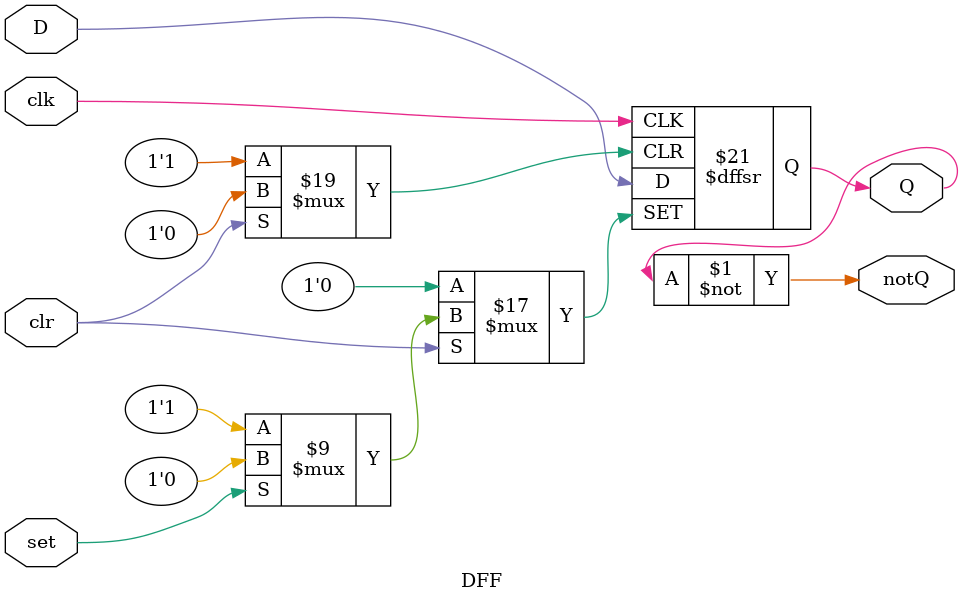
<source format=sv>
module DFF(
    input logic clk,
    input logic D,
    input logic clr,
    input logic set,
    output logic Q,
    output logic notQ
);
    assign notQ = ~Q;
    always_ff @ (posedge clk, negedge clr, negedge set)
        if (set == 0) Q <= 1;
        else if (clr == 0) Q <= 0;
        else Q <= D;
endmodule

</source>
